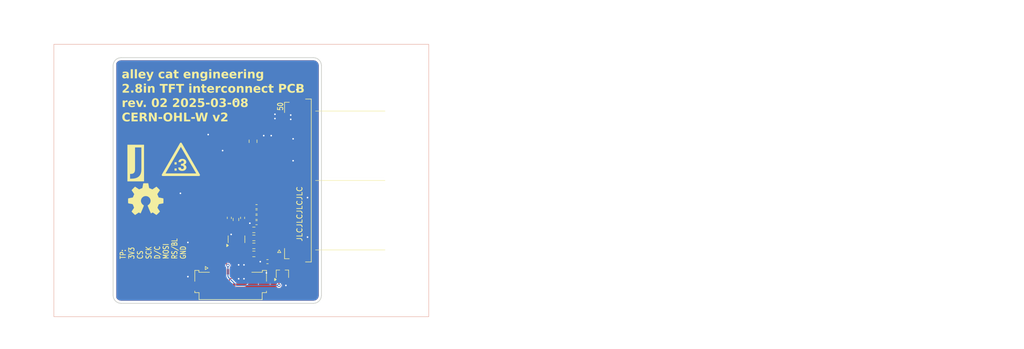
<source format=kicad_pcb>
(kicad_pcb (version 20240108) (generator "pcbnew") (generator_version "8.0")
  (title_block (date "2025-03-17") (rev "2"))
  (layers (0 "F.Cu" signal) (31 "B.Cu" signal) (34 "B.Paste" user) (35 "F.Paste" user) (36 "B.SilkS" user "B.Silkscreen") (37 "F.SilkS" user "F.Silkscreen") (38 "B.Mask" user) (39 "F.Mask" user) (44 "Edge.Cuts" user))
  (net 0 "")
  (net 1 "/RESET")
  (net 2 "/D{slash}C")
  (net 3 "GND")
  (net 4 "+3.3V")
  (net 5 "/SPI_MOSI")
  (net 6 "/SPI_SCK")
  (net 7 "/SPI_CS")
  (net 8 "/TE")
  (net 9 "/IM2")
  (net 10 "/LEDA3")
  (net 11 "/LEDA4")
  (net 12 "/IM0")
  (net 13 "/YU")
  (net 14 "/SPI_MISO")
  (net 15 "/IM3")
  (net 16 "/YD")
  (net 17 "/LEDA2")
  (net 18 "/IM1")
  (net 19 "/XL")
  (net 20 "/LEDA1")
  (net 21 "/RD")
  (net 22 "/XR")
  (net 23 "/LEDK")
  (net 46 "Net-(JP101-A)")
  (net 47 "/RS{slash}BL")
  (footprint "Custom:AMPHENOL_62684-502100AHLF" (layer "F.Cu") (at 110.6 100 90)
    (property "Reference" "J103" (hide yes))
    (property "Value" "62684-502100AHLF")
  )
  (footprint "Custom:R_0402_1005Metric_bridged" (layer "F.Cu") (at 102.85 105.9)
    (property "Reference" "JP105" (hide yes))
    (property "Value" "SolderJumper_2_Bridged")
  )
  (footprint "Custom:TestPoint_Pad_D1.5mm" (layer "F.Cu") (at 112 81)
    (property "Reference" "TP106" (hide yes))
    (property "Value" "TestPoint_Small")
  )
  (footprint "Custom:TestPoint_Pad_D1.5mm" (layer "F.Cu") (at 112 83)
    (property "Reference" "TP110" (hide yes))
    (property "Value" "TestPoint_Small")
  )
  (footprint "Custom:R_0402_1005Metric_bridged" (layer "F.Cu") (at 100.25 107 90)
    (property "Reference" "JP101" (hide yes))
    (property "Value" "SolderJumper_2_Bridged")
  )
  (footprint "Custom:TestPoint_Pad_D1.5mm" (layer "F.Cu") (at 95.3 114)
    (property "Reference" "TP105" (hide yes))
    (property "Value" "TestPoint_Small")
  )
  (footprint "Custom:TestPoint_Pad_D1.5mm" (layer "F.Cu") (at 91.3 113.9)
    (property "Reference" "TP102" (hide yes))
    (property "Value" "TestPoint_Small")
  )
  (footprint "Custom:R_0402_1005Metric_bridged" (layer "F.Cu") (at 104.9 115.2)
    (property "Reference" "JP102" (hide yes))
    (property "Value" "SolderJumper_2_Bridged")
  )
  (footprint "Custom:TestPoint_Pad_D1.5mm" (layer "F.Cu") (at 105.5 98.5)
    (property "Reference" "TP104" (hide yes))
    (property "Value" "TestPoint_Small")
  )
  (footprint "Custom:TestPoint_Pad_D1.5mm" (layer "F.Cu") (at 96.3 112)
    (property "Reference" "TP103" (hide yes))
    (property "Value" "TestPoint_Small")
  )
  (footprint "Resistor_SMD:R_0603_1608Metric" (layer "F.Cu") (at 102.35 113.75 180)
    (property "Reference" "R105" (hide yes))
    (property "Value" "10")
  )
  (footprint "Capacitor_SMD:C_0805_2012Metric" (layer "F.Cu") (at 102.2 92.649999 90)
    (property "Reference" "C101" (hide yes))
    (property "Value" "10u")
  )
  (footprint "Custom:R_0402_1005Metric_bridged" (layer "F.Cu") (at 102.85 104.9)
    (property "Reference" "JP106" (hide yes))
    (property "Value" "SolderJumper_2_Bridged")
  )
  (footprint "Custom:TestPoint_Pad_D1.5mm" (layer "F.Cu") (at 97.9 89.5)
    (property "Reference" "TP111" (hide yes))
    (property "Value" "TestPoint_Small")
  )
  (footprint "Resistor_SMD:R_0603_1608Metric" (layer "F.Cu") (at 102.35 112.25 180)
    (property "Reference" "R103" (hide yes))
    (property "Value" "10")
  )
  (footprint "Custom:TestPoint_Pad_D1.5mm" (layer "F.Cu") (at 92.3 112)
    (property "Reference" "TP109" (hide yes))
    (property "Value" "TestPoint_Small")
  )
  (footprint "Custom:R_0402_1005Metric_bridged" (layer "F.Cu") (at 102.85 106.9)
    (property "Reference" "JP104" (hide yes))
    (property "Value" "SolderJumper_2_Bridged")
  )
  (footprint "Custom:Molex_200528-0080_1x08-1MP_P1.00mm_Horizontal" (layer "F.Cu") (at 98 118)
    (property "Reference" "J102" (hide yes))
    (property "Value" "2005280080")
  )
  (footprint "Custom:TestPoint_Pad_D1.5mm" (layer "F.Cu") (at 97.9 87.5)
    (property "Reference" "TP113" (hide yes))
    (property "Value" "TestPoint_Small")
  )
  (footprint "Custom:TestPoint_Pad_D1.5mm" (layer "F.Cu") (at 94.3 112)
    (property "Reference" "TP107" (hide yes))
    (property "Value" "TestPoint_Small")
  )
  (footprint "Package_TO_SOT_SMD:SOT-23" (layer "F.Cu") (at 99.1 111 90)
    (property "Reference" "U101" (hide yes))
    (property "Value" "APX803-31SAG")
  )
  (footprint "Resistor_SMD:R_0603_1608Metric" (layer "F.Cu") (at 102.35 110.75 180)
    (property "Reference" "R102" (hide yes))
    (property "Value" "10")
  )
  (footprint "Custom:TestPoint_Pad_D1.5mm" (layer "F.Cu") (at 97.3 114)
    (property "Reference" "TP101" (hide yes))
    (property "Value" "TestPoint_Small")
  )
  (footprint "Custom:TestPoint_Pad_D1.5mm" (layer "F.Cu") (at 93.3 113.9)
    (property "Reference" "TP108" (hide yes))
    (property "Value" "TestPoint_Small")
  )
  (footprint "Custom:TestPoint_Pad_D1.5mm" (layer "F.Cu") (at 100 87.5)
    (property "Reference" "TP114" (hide yes))
    (property "Value" "TestPoint_Small")
  )
  (footprint "Resistor_SMD:R_0603_1608Metric" (layer "F.Cu") (at 99 107.3 90)
    (property "Reference" "R104" (hide yes))
    (property "Value" "10k")
  )
  (footprint "Custom:R_0402_1005Metric_bridged" (layer "F.Cu") (at 102.85 107.9)
    (property "Reference" "JP103" (hide yes))
    (property "Value" "SolderJumper_2_Bridged")
  )
  (footprint "Resistor_SMD:R_0402_1005Metric" (layer "F.Cu") (at 97.75 107 90)
    (property "Reference" "JP107" (hide yes))
    (property "Value" "SolderJumper_2_Open")
  )
  (footprint "Resistor_SMD:R_0603_1608Metric" (layer "F.Cu") (at 102.35 109.25 180)
    (property "Reference" "R101" (hide yes))
    (property "Value" "10")
  )
  (footprint "Package_TO_SOT_SMD:SOT-323_SC-70" (layer "F.Cu") (at 107.7 117.5 90)
    (property "Reference" "Q101" (hide yes))
    (property "Value" "BSS138")
  )
  (footprint "Custom:TestPoint_Pad_D1.5mm" (layer "F.Cu") (at 100 89.5)
    (property "Reference" "TP112" (hide yes))
    (property "Value" "TestPoint_Small")
  )
  (footprint "Symbol:OSHW-Symbol_6.7x6mm_SilkScreen" (layer "F.Cu") (at 82.1 103.5)
    (property "Reference" "REF**" (hide yes))
    (property "Value" "OSHW-Symbol_6.7x6mm_SilkScreen" (hide yes))
  )
  (footprint "Custom:TFT_2.8in_ILI9341" (layer "B.Cu") (at 99.9 100 -90)
    (property "Reference" "N101" (hide yes))
    (property "Value" "Display")
  )
  (gr_poly (pts (xy 89.003621 95.947148) (xy 89.0437 95.949132) (xy 89.082752 95.952443) (xy 89.120779 95.957087) (xy 89.15778 95.963069) (xy 89.193755 95.970392) (xy 89.228704 95.979061) (xy 89.262628 95.989082) (xy 89.295526 96.000457) (xy 89.327398 96.013193) (xy 89.358244 96.027294) (xy 89.388065 96.042763) (xy 89.41686 96.059607) (xy 89.444629 96.077829) (xy 89.471372 96.097433) (xy 89.497089 96.118426) (xy 89.521489 96.139857) (xy 89.544281 96.161948) (xy 89.56547 96.184698) (xy 89.585061 96.208107) (xy 89.603059 96.232176) (xy 89.619467 96.256905) (xy 89.634291 96.282292) (xy 89.647535 96.30834) (xy 89.659204 96.335046) (xy 89.669302 96.362412) (xy 89.677834 96.390438) (xy 89.684805 96.419122) (xy 89.690218 96.448467) (xy 89.694079 96.47847) (xy 89.696392 96.509133) (xy 89.697163 96.540456) (xy 89.69676 96.563061) (xy 89.695551 96.585163) (xy 89.693536 96.606769) (xy 89.690715 96.627891) (xy 89.687088 96.648536) (xy 89.682655 96.668714) (xy 89.677417 96.688434) (xy 89.671372 96.707705) (xy 89.664521 96.726537) (xy 89.656865 96.744938) (xy 89.648402 96.762918) (xy 89.639133 96.780486) (xy 89.629059 96.797651) (xy 89.618179 96.814422) (xy 89.606492 96.830808) (xy 89.594 96.846819) (xy 89.580666 96.861839) (xy 89.566457 96.87642) (xy 89.551378 96.890561) (xy 89.535433 96.904262) (xy 89.518628 96.917524) (xy 89.500966 96.930346) (xy 89.482453 96.942728) (xy 89.463092 96.954671) (xy 89.442889 96.966174) (xy 89.421848 96.977238) (xy 89.399973 96.987862) (xy 89.37727 96.998046) (xy 89.353742 97.007791) (xy 89.329394 97.017096) (xy 89.304232 97.025962) (xy 89.278259 97.034388) (xy 89.304269 97.042851) (xy 89.329541 97.051832) (xy 89.354072 97.061335) (xy 89.377856 97.071365) (xy 89.400889 97.081925) (xy 89.423167 97.093022) (xy 89.444684 97.104658) (xy 89.465437 97.11684) (xy 89.48542 97.129571) (xy 89.50463 97.142857) (xy 89.523061 97.156701) (xy 89.540709 97.171108) (xy 89.557569 97.186083) (xy 89.573637 97.201631) (xy 89.588908 97.217755) (xy 89.603378 97.234462) (xy 89.617006 97.25168) (xy 89.629755 97.269338) (xy 89.641625 97.287435) (xy 89.652615 97.305972) (xy 89.662726 97.324949) (xy 89.671958 97.344365) (xy 89.680311 97.364221) (xy 89.687784 97.384517) (xy 89.694379 97.405252) (xy 89.700094 97.426427) (xy 89.704929 97.448041) (xy 89.708886 97.470095) (xy 89.711963 97.492589) (xy 89.714161 97.515522) (xy 89.71548 97.538895) (xy 89.71592 97.562707) (xy 89.71504 97.596924) (xy 89.712397 97.630408) (xy 89.707986 97.66316) (xy 89.701803 97.695178) (xy 89.693844 97.726464) (xy 89.684103 97.757017) (xy 89.672576 97.786838) (xy 89.659258 97.815926) (xy 89.644146 97.844281) (xy 89.627234 97.871903) (xy 89.608517 97.898793) (xy 89.587992 97.92495) (xy 89.565653 97.950375) (xy 89.541497 97.975066) (xy 89.515517 97.999025) (xy 89.487711 98.022251) (xy 89.4591 98.04438) (xy 89.429541 98.065047) (xy 89.399039 98.084258) (xy 89.367598 98.102017) (xy 89.335223 98.11833) (xy 89.301918 98.133199) (xy 89.267689 98.146631) (xy 89.232539 98.15863) (xy 89.196473 98.1692) (xy 89.159495 98.178345) (xy 89.121611 98.186071) (xy 89.082825 98.192383) (xy 89.043142 98.197283) (xy 89.002565 98.200778) (xy 88.9611 98.202871) (xy 88.918751 98.203568) (xy 88.876549 98.202945) (xy 88.835524 98.201077) (xy 88.79568 98.197963) (xy 88.757022 98.193604) (xy 88.719555 98.187999) (xy 88.683283 98.181148) (xy 88.64821 98.173052) (xy 88.614342 98.16371) (xy 88.581683 98.153122) (xy 88.550238 98.141289) (xy 88.520011 98.128211) (xy 88.491006 98.113887) (xy 88.463229 98.098317) (xy 88.436683 98.081502) (xy 88.411374 98.063441) (xy 88.387306 98.044134) (xy 88.364592 98.023619) (xy 88.343344 98.001931) (xy 88.323562 97.979071) (xy 88.305244 97.955039) (xy 88.288392 97.929835) (xy 88.273006 97.903458) (xy 88.259085 97.875909) (xy 88.246629 97.847187) (xy 88.235639 97.817293) (xy 88.226114 97.786227) (xy 88.218054 97.753989) (xy 88.21146 97.720578) (xy 88.206331 97.685995) (xy 88.202667 97.65024) (xy 88.200469 97.613312) (xy 88.199737 97.575212) (xy 88.199737 97.562707) (xy 88.674911 97.562707) (xy 88.675754 97.580036) (xy 88.677109 97.596851) (xy 88.678978 97.613153) (xy 88.681359 97.628943) (xy 88.684253 97.644219) (xy 88.68766 97.658983) (xy 88.69158 97.673234) (xy 88.696013 97.686972) (xy 88.700959 97.700197) (xy 88.706417 97.712909) (xy 88.712389 97.725109) (xy 88.718873 97.736795) (xy 88.72587 97.747969) (xy 88.73338 97.758629) (xy 88.741403 97.768777) (xy 88.749939 97.778412) (xy 88.759537 97.787497) (xy 88.769575 97.795996) (xy 88.780053 97.803909) (xy 88.79097 97.811236) (xy 88.802327 97.817977) (xy 88.814123 97.824132) (xy 88.826359 97.8297) (xy 88.839034 97.834683) (xy 88.85215 97.839079) (xy 88.865704 97.842889) (xy 88.879699 97.846113) (xy 88.894133 97.84875) (xy 88.909006 97.850802) (xy 88.92432 97.852267) (xy 88.940073 97.853147) (xy 88.956265 97.85344) (xy 88.971358 97.853111) (xy 88.986153 97.852127) (xy 89.000646 97.850493) (xy 89.014832 97.848213) (xy 89.028706 97.845292) (xy 89.042265 97.841735) (xy 89.055503 97.837546) (xy 89.068416 97.832729) (xy 89.080999 97.827289) (xy 89.093248 97.821232) (xy 89.105158 97.81456) (xy 89.116725 97.80728) (xy 89.127943 97.799395) (xy 89.138809 97.79091) (xy 89.149318 97.78183) (xy 89.159465 97.77216) (xy 89.169101 97.761426) (xy 89.178081 97.750325) (xy 89.186412 97.738859) (xy 89.194097 97.727026) (xy 89.201141 97.714826) (xy 89.207548 97.702261) (xy 89.213323 97.689329) (xy 89.218471 97.67603) (xy 89.222996 97.662366) (xy 89.226903 97.648335) (xy 89.230196 97.633937) (xy 89.232881 97.619173) (xy 89.23496 97.604043) (xy 89.23644 97.588547) (xy 89.237325 97.572684) (xy 89.237619 97.556455) (xy 89.23718 97.53572) (xy 89.235866 97.515718) (xy 89.233683 97.496448) (xy 89.230634 97.477911) (xy 89.226724 97.460106) (xy 89.221957 97.443035) (xy 89.216339 97.426696) (xy 89.209874 97.411089) (xy 89.202566 97.396216) (xy 89.19442 97.382075) (xy 89.185441 97.368666) (xy 89.175633 97.355991) (xy 89.165001 97.344048) (xy 89.153548 97.332838) (xy 89.141281 97.32236) (xy 89.128203 97.312616) (xy 89.113476 97.30298) (xy 89.097424 97.293999) (xy 89.080045 97.285669) (xy 89.061333 97.277984) (xy 89.041284 97.27094) (xy 89.019893 97.264533) (xy 88.997156 97.258757) (xy 88.973068 97.253609) (xy 88.947625 97.249084) (xy 88.920821 97.245177) (xy 88.892653 97.241884) (xy 88.863116 97.2392) (xy 88.832204 97.23712) (xy 88.799915 97.23564) (xy 88.766242 97.234755) (xy 88.731182 97.234462) (xy 88.699921 97.234462) (xy 88.699921 96.868702) (xy 88.77319 96.867383) (xy 88.807627 96.865735) (xy 88.840598 96.863427) (xy 88.872103 96.860459) (xy 88.902144 96.856832) (xy 88.930719 96.852546) (xy 88.957828 96.8476) (xy 88.983472 96.841995) (xy 89.007651 96.835731) (xy 89.030365 96.828807) (xy 89.051613 96.821224) (xy 89.071395 96.812981) (xy 89.089713 96.804079) (xy 89.106565 96.794517) (xy 89.121951 96.784296) (xy 89.136165 96.774002) (xy 89.149494 96.763054) (xy 89.155826 96.757336) (xy 89.161936 96.751455) (xy 89.167822 96.745414) (xy 89.173484 96.739211) (xy 89.178922 96.732848) (xy 89.184135 96.726326) (xy 89.189122 96.719644) (xy 89.193883 96.712804) (xy 89.198418 96.705806) (xy 89.202725 96.69865) (xy 89.206805 96.691337) (xy 89.210656 96.683869) (xy 89.214278 96.676244) (xy 89.217671 96.668465) (xy 89.220833 96.66053) (xy 89.223765 96.652442) (xy 89.228934 96.635806) (xy 89.233174 96.618561) (xy 89.236479 96.600712) (xy 89.238846 96.582263) (xy 89.24027 96.563218) (xy 89.240745 96.543583) (xy 89.240452 96.529146) (xy 89.239573 96.515136) (xy 89.238107 96.501538) (xy 89.236056 96.488338) (xy 89.233418 96.475522) (xy 89.230194 96.463078) (xy 89.226384 96.450991) (xy 89.221988 96.439247) (xy 89.217006 96.427833) (xy 89.211437 96.416735) (xy 89.205283 96.40594) (xy 89.198542 96.395432) (xy 89.191215 96.3852) (xy 89.183302 96.375229) (xy 89.174803 96.365504) (xy 89.165717 96.356014) (xy 89.156156 96.347479) (xy 89.146234 96.339461) (xy 89.135954 96.331965) (xy 89.125321 96.324996) (xy 89.114341 96.318558) (xy 89.103017 96.312656) (xy 89.091354 96.307295) (xy 89.079357 96.302478) (xy 89.067031 96.298211) (xy 89.054379 96.294498) (xy 89.041406 96.291344) (xy 89.028118 96.288752) (xy 89.014518 96.286729) (xy 89.000611 96.285278) (xy 88.986402 96.284404) (xy 88.971896 96.284112) (xy 88.957424 96.284404) (xy 88.943315 96.285278) (xy 88.929562 96.286729) (xy 88.916163 96.288752) (xy 88.903111 96.291344) (xy 88.890402 96.294498) (xy 88.878033 96.298211) (xy 88.865998 96.302478) (xy 88.854292 96.307295) (xy 88.842912 96.312656) (xy 88.831852 96.318558) (xy 88.821108 96.324996) (xy 88.810675 96.331965) (xy 88.80055 96.339461) (xy 88.790726 96.347479) (xy 88.781201 96.356014) (xy 88.772665 96.365576) (xy 88.764642 96.375509) (xy 88.757132 96.385818) (xy 88.750135 96.396507) (xy 88.74365 96.40758) (xy 88.737679 96.419043) (xy 88.73222 96.4309) (xy 88.727275 96.443155) (xy 88.722842 96.455813) (xy 88.718922 96.468878) (xy 88.715515 96.482356) (xy 88.712621 96.496251) (xy 88.710239 96.510566) (xy 88.708371 96.525308) (xy 88.707016 96.54048) (xy 88.706173 96.556087) (xy 88.227872 96.556087) (xy 88.229777 96.520843) (xy 88.233147 96.486616) (xy 88.237983 96.453396) (xy 88.244284 96.421174) (xy 88.252051 96.389942) (xy 88.261283 96.359689) (xy 88.27198 96.330407) (xy 88.284143 96.302087) (xy 88.297771 96.27472) (xy 88.312864 96.248296) (xy 88.329423 96.222806) (xy 88.347447 96.198241) (xy 88.366937 96.174591) (xy 88.387892 96.151849) (xy 88.410312 96.130004) (xy 88.434198 96.109048) (xy 88.458815 96.089191) (xy 88.484595 96.070648) (xy 88.511529 96.053416) (xy 88.539608 96.037488) (xy 88.568822 96.022861) (xy 88.599163 96.00953) (xy 88.630622 95.99749) (xy 88.663188 95.986737) (xy 88.696854 95.977266) (xy 88.73161 95.969073) (xy 88.767446 95.962153) (xy 88.804354 95.956501) (xy 88.842324 95.952113) (xy 88.881347 95.948985) (xy 88.921415 95.947111) (xy 88.962517 95.946488)) (stroke (width -0.000001)) (fill solid) (layer "F.SilkS"))
  (gr_poly (pts (xy 87.893895 98.156676) (xy 87.5 98.156676) (xy 87.5 97.737772) (xy 87.893895 97.737772)) (stroke (width -0.000001)) (fill solid) (layer "F.SilkS"))
  (gr_poly (pts (xy 87.893895 97) (xy 87.5 97) (xy 87.5 96.57797) (xy 87.893895 96.57797)) (stroke (width -0.000001)) (fill solid) (layer "F.SilkS"))
  (gr_poly (pts (xy 88.687356 92.909908) (xy 88.693686 92.91022) (xy 88.69998 92.910737) (xy 88.706233 92.911458) (xy 88.71244 92.91238) (xy 88.718598 92.913501) (xy 88.724701 92.914818) (xy 88.730746 92.91633) (xy 88.736728 92.918034) (xy 88.742642 92.919928) (xy 88.748485 92.922011) (xy 88.754252 92.924279) (xy 88.759938 92.92673) (xy 88.76554 92.929363) (xy 88.771052 92.932175) (xy 88.776471 92.935164) (xy 88.781792 92.938328) (xy 88.787011 92.941665) (xy 88.792123 92.945172) (xy 88.797124 92.948847) (xy 88.802009 92.952689) (xy 88.806775 92.956694) (xy 88.811417 92.960861) (xy 88.81593 92.965188) (xy 88.820311 92.969672) (xy 88.824554 92.974311) (xy 88.828655 92.979103) (xy 88.832611 92.984046) (xy 88.836416 92.989137) (xy 88.840067 92.994375) (xy 88.843558 92.999757) (xy 88.846886 93.005281) (xy 92.233976 98.87242) (xy 92.24006 98.883546) (xy 92.245333 98.894968) (xy 92.249794 98.906644) (xy 92.253445 98.918536) (xy 92.256284 98.930603) (xy 92.258312 98.942805) (xy 92.259529 98.9551) (xy 92.259934 98.96745) (xy 92.259529 98.979814) (xy 92.258312 98.992152) (xy 92.256284 99.004423) (xy 92.253445 99.016588) (xy 92.249794 99.028606) (xy 92.245333 99.040437) (xy 92.24006 99.05204) (xy 92.233976 99.063376) (xy 92.227157 99.074085) (xy 92.219701 99.084269) (xy 92.211644 99.093903) (xy 92.203021 99.102966) (xy 92.193866 99.111434) (xy 92.184214 99.119286) (xy 92.174101 99.126497) (xy 92.163562 99.133046) (xy 92.15263 99.138909) (xy 92.141343 99.144064) (xy 92.129733 99.148489) (xy 92.117837 99.15216) (xy 92.105689 99.155055) (xy 92.093324 99.157151) (xy 92.080777 99.158425) (xy 92.068083 99.158855) (xy 85.293902 99.158855) (xy 85.287539 99.15875) (xy 85.281208 99.158438) (xy 85.274914 99.15792) (xy 85.268661 99.1572) (xy 85.262454 99.156278) (xy 85.256297 99.155157) (xy 85.250193 99.15384) (xy 85.244148 99.152328) (xy 85.238167 99.150624) (xy 85.232252 99.148729) (xy 85.226409 99.146647) (xy 85.220643 99.144379) (xy 85.214956 99.141927) (xy 85.209355 99.139294) (xy 85.203842 99.136482) (xy 85.198423 99.133493) (xy 85.193102 99.130329) (xy 85.187884 99.126992) (xy 85.182772 99.123485) (xy 85.177771 99.11981) (xy 85.172885 99.115968) (xy 85.168119 99.111963) (xy 85.163477 99.107796) (xy 85.158964 99.103469) (xy 85.154584 99.098985) (xy 85.15034 99.094346) (xy 85.146239 99.089554) (xy 85.142283 99.084611) (xy 85.138478 99.07952) (xy 85.134828 99.074282) (xy 85.131336 99.0689) (xy 85.128008 99.063376) (xy 85.121924 99.05225) (xy 85.116651 99.040828) (xy 85.11219 99.029151) (xy 85.10854 99.017259) (xy 85.1057 99.005193) (xy 85.103672 98.992991) (xy 85.102456 98.980695) (xy 85.10205 98.968346) (xy 85.102456 98.955982) (xy 85.103672 98.943644) (xy 85.1057 98.931373) (xy 85.10854 98.919208) (xy 85.11219 98.90719) (xy 85.116651 98.895359) (xy 85.121924 98.883756) (xy 85.128008 98.87242) (xy 85.245488 98.66892) (xy 85.811203 98.66892) (xy 91.55077 98.66892) (xy 88.680993 93.697856) (xy 85.811203 98.66892) (xy 85.245488 98.66892) (xy 88.515099 93.005281) (xy 88.521919 92.994572) (xy 88.529374 92.984388) (xy 88.537431 92.974754) (xy 88.546055 92.965691) (xy 88.55521 92.957223) (xy 88.564862 92.949372) (xy 88.574975 92.942161) (xy 88.585514 92.935612) (xy 88.596446 92.929749) (xy 88.607734 92.924593) (xy 88.619343 92.920169) (xy 88.63124 92.916498) (xy 88.643388 92.913603) (xy 88.655753 92.911507) (xy 88.668299 92.910233) (xy 88.680993 92.909803)) (stroke (width -0.000001)) (fill solid) (layer "F.SilkS"))
  (gr_arc (start 115 121.5) (mid 114.56066 122.56066) (end 113.5 123) (stroke (width 0.15)) (layer "Edge.Cuts"))
  (gr_line (start 76 78.5) (end 76 121.5) (stroke (width 0.15)) (layer "Edge.Cuts"))
  (gr_arc (start 77.5 123) (mid 76.43934 122.56066) (end 76 121.5) (stroke (width 0.15)) (layer "Edge.Cuts"))
  (gr_line (start 113.5 123) (end 77.5 123) (stroke (width 0.15)) (layer "Edge.Cuts"))
  (gr_line (start 115 78.5) (end 115 121.5) (stroke (width 0.15)) (layer "Edge.Cuts"))
  (gr_arc (start 113.5 77) (mid 114.56066 77.43934) (end 115 78.5) (stroke (width 0.15)) (layer "Edge.Cuts"))
  (gr_line (start 77.5 77) (end 113.5 77) (stroke (width 0.15)) (layer "Edge.Cuts"))
  (gr_arc (start 76 78.5) (mid 76.43934 77.43934) (end 77.5 77) (stroke (width 0.15)) (layer "Edge.Cuts"))
  (gr_text "J" (at 80.697163 96.528084 0) (layer "F.SilkS" knockout) (effects (font (size 4.5 4.5) (thickness 0.4) (bold yes) (italic yes))))
  (gr_text "alley cat engineering\n2.8in TFT interconnect PCB\nrev. 02 2025-03-08\nCERN-OHL-W v2" (at 77.6 89.2 0) (layer "F.SilkS") (effects (font (size 1.6 1.6) (thickness 0.3) (bold yes)) (justify left bottom)))
  (gr_text "50" (at 107.9 87 90) (layer "F.SilkS") (effects (font (size 1 0.8)) (justify left bottom)))
  (gr_text "TP:\n3V3\nCS\nSCK\nD/C\nMOSI\nRS/BL\nGND" (at 89.7 114.8 90) (layer "F.SilkS") (effects (font (size 1 0.8)) (justify left bottom)))
  (gr_text "JLCJLCJLCJLC" (at 111.5 111.5 90) (layer "F.SilkS") (effects (font (size 1 1)) (justify left bottom)))
  (segment (start 104.109379 104.309379) (end 106.04062 106.24062) (width 0.2) (layer "F.Cu") (net 1))
  (segment (start 106.626776 107.75) (end 107.8 107.75) (width 0.2) (layer "F.Cu") (net 1))
  (segment (start 100.224393 106.475) (end 99.010606 106.475) (width 0.2) (layer "F.Cu") (net 1))
  (segment (start 106.2 106.625395) (end 106.2 107.323223) (width 0.2) (layer "F.Cu") (net 1))
  (segment (start 103.724604 104.15) (end 101.875395 104.15) (width 0.2) (layer "F.Cu") (net 1))
  (segment (start 100.25 105.775395) (end 100.25 106.479393) (width 0.2) (layer "F.Cu") (net 1))
  (segment (start 98.974393 106.49) (end 97.75 106.49) (width 0.2) (layer "F.Cu") (net 1))
  (segment (start 101.49062 104.309378) (end 100.409379 105.39062) (width 0.2) (layer "F.Cu") (net 1))
  (arc (start 104.109379 104.309379) (mid 103.932842 104.191421) (end 103.724604 104.15) (width 0.2) (layer "F.Cu") (net 1))
  (arc (start 101.49062 104.309378) (mid 101.667156 104.19142) (end 101.875395 104.15) (width 0.2) (layer "F.Cu") (net 1))
  (arc (start 99.010606 106.475) (mid 99.000807 106.476949) (end 98.9925 106.4825) (width 0.2) (layer "F.Cu") (net 1))
  (arc (start 98.974393 106.49) (mid 98.984192 106.48805) (end 98.9925 106.4825) (width 0.2) (layer "F.Cu") (net 1))
  (arc (start 106.2 106.625395) (mid 106.158578 106.417156) (end 106.04062 106.24062) (width 0.2) (layer "F.Cu") (net 1))
  (arc (start 100.25 105.775395) (mid 100.291421 105.567156) (end 100.409379 105.39062) (width 0.2) (layer "F.Cu") (net 1))
  (arc (start 100.2425 106.4825) (mid 100.247287 106.483452) (end 100.25 106.479393) (width 0.2) (layer "F.Cu") (net 1))
  (arc (start 106.626776 107.75) (mid 106.463456 107.717513) (end 106.325 107.625) (width 0.2) (layer "F.Cu") (net 1))
  (arc (start 106.325 107.625) (mid 106.232486 107.486543) (end 106.2 107.323223) (width 0.2) (layer "F.Cu") (net 1))
  (arc (start 100.2425 106.4825) (mid 100.234192 106.476949) (end 100.224393 106.475) (width 0.2) (layer "F.Cu") (net 1))
  (segment (start 105.04062 94.909379) (end 94.459379 105.49062) (width 0.2) (layer "F.Cu") (net 2))
  (segment (start 95.874604 118.3) (end 95.635395 118.3) (width 0.2) (layer "F.Cu") (net 2))
  (segment (start 94.84062 115.74062) (end 94.459379 115.359379) (width 0.2) (layer "F.Cu") (net 2))
  (segment (start 94.4 112) (end 94.499659 112) (width 0.2) (layer "F.Cu") (net 2))
  (segment (start 94.3 112.1) (end 94.3 114.974604) (width 0.2) (layer "F.Cu") (net 2))
  (segment (start 95.159379 118.049379) (end 95.25062 118.14062) (width 0.2) (layer "F.Cu") (net 2))
  (segment (start 96.5 117.674604) (end 96.5 117.09) (width 0.2) (layer "F.Cu") (net 2))
  (segment (start 94.3 105.875395) (end 94.3 111.9) (width 0.2) (layer "F.Cu") (net 2))
  (segment (start 94.3 112.1) (end 94.3 111.9) (width 0.2) (layer "F.Cu") (net 2))
  (segment (start 95 117.664604) (end 95 116.125395) (width 0.2) (layer "F.Cu") (net 2))
  (segment (start 94.50024 112.00024) (end 94.500481 112.000481) (width 0.2) (layer "F.Cu") (net 2))
  (segment (start 96.34062 118.059379) (end 96.259378 118.14062) (width 0.2) (layer "F.Cu") (net 2))
  (segment (start 105.425395 94.75) (end 107.8 94.75) (width 0.2) (layer "F.Cu") (net 2))
  (arc (start 94.4 112) (mid 94.329289 112.029289) (end 94.3 112.1) (width 0.2) (layer "F.Cu") (net 2))
  (arc (start 94.84062 115.74062) (mid 94.958578 115.917156) (end 95 116.125395) (width 0.2) (layer "F.Cu") (net 2))
  (arc (start 94.3 105.875395) (mid 94.341421 105.667156) (end 94.459379 105.49062) (width 0.2) (layer "F.Cu") (net 2))
  (arc (start 94.459379 115.359379) (mid 94.341421 115.182842) (end 94.3 114.974604) (width 0.2) (layer "F.Cu") (net 2))
  (arc (start 95.25062 118.14062) (mid 95.427156 118.258578) (end 95.635395 118.3) (width 0.2) (layer "F.Cu") (net 2))
  (arc (start 95.159379 118.049379) (mid 95.041421 117.872842) (end 95 117.664604) (width 0.2) (layer "F.Cu") (net 2))
  (arc (start 105.04062 94.909379) (mid 105.217156 94.791421) (end 105.425395 94.75) (width 0.2) (layer "F.Cu") (net 2))
  (arc (start 94.50024 112.00024) (mid 94.499973 112.000062) (end 94.499659 112) (width 0.2) (layer "F.Cu") (net 2))
  (arc (start 94.4 112) (mid 94.329289 111.97071) (end 94.3 111.9) (width 0.2) (layer "F.Cu") (net 2))
  (arc (start 96.259378 118.14062) (mid 96.082842 118.258578) (end 95.874604 118.3) (width 0.2) (layer "F.Cu") (net 2))
  (arc (start 96.34062 118.059379) (mid 96.458578 117.882842) (end 96.5 117.674604) (width 0.2) (layer "F.Cu") (net 2))
  (segment (start 98.214644 111.9375) (end 98.15 111.9375) (width 0.2) (layer "F.Cu") (net 3))
  (segment (start 98.275 111.9625) (end 98.3 111.9875) (width 0.2) (layer "F.Cu") (net 3))
  (via (at 110.4 83) (size 0.6) (drill 0.3) (layers "F.Cu" "B.Cu") (net 3))
  (via (at 104.7 117.3) (size 0.6) (drill 0.3) (layers "F.Cu" "B.Cu") (net 3))
  (via (at 112.4 103.2) (size 0.6) (drill 0.3) (layers "F.Cu" "B.Cu") (net 3))
  (via (at 109.7 96.3) (size 0.6) (drill 0.3) (layers "F.Cu" "B.Cu") (net 3))
  (via (at 90 118) (size 0.6) (drill 0.3) (layers "F.Cu" "B.Cu") (net 3))
  (via (at 99 85.2) (size 0.6) (drill 0.3) (layers "F.Cu" "B.Cu") (net 3))
  (via (at 103.55 115.2) (size 0.6) (drill 0.3) (layers "F.Cu" "B.Cu") (net 3))
  (via (at 88.6 102.4) (size 0.6) (drill 0.3) (layers "F.Cu" "B.Cu") (net 3))
  (via (at 105.6 91.6) (size 0.6) (drill 0.3) (layers "F.Cu" "B.Cu") (net 3))
  (via (at 109.7 92.2) (size 0.6) (drill 0.3) (layers "F.Cu" "B.Cu") (net 3))
  (via (at 96.5 94.4) (size 0.6) (drill 0.3) (layers "F.Cu" "B.Cu") (net 3))
  (via (at 98.1 110.1) (size 0.6) (drill 0.3) (layers "F.Cu" "B.Cu") (net 3))
  (via (at 99.5 115.8) (size 0.6) (drill 0.3) (layers "F.Cu" "B.Cu") (net 3))
  (via (at 90 111.6) (size 0.6) (drill 0.3) (layers "F.Cu" "B.Cu") (net 3))
  (via (at 100.5 115.8) (size 0.6) (drill 0.3) (layers "F.Cu" "B.Cu") (net 3))
  (via (at 99.5 118.4) (size 0.6) (drill 0.3) (layers "F.Cu" "B.Cu") (net 3))
  (via (at 108.35 119.65) (size 0.6) (drill 0.3) (layers "F.Cu" "B.Cu") (net 3))
  (via (at 101.6 108) (size 0.6) (drill 0.3) (layers "F.Cu" "B.Cu") (net 3))
  (via (at 106.3 87.6) (size 0.6) (drill 0.3) (layers "F.Cu" "B.Cu") (net 3))
  (via (at 109.25 88.55) (size 0.6) (drill 0.3) (layers "F.Cu" "B.Cu") (net 3))
  (via (at 93.8 91.4) (size 0.6) (drill 0.3) (layers "F.Cu" "B.Cu") (net 3))
  (via (at 104.2 91.6) (size 0.6) (drill 0.3) (layers "F.Cu" "B.Cu") (net 3))
  (via (at 100.5 118.4) (size 0.6) (drill 0.3) (layers "F.Cu" "B.Cu") (net 3))
  (via (at 112.4 110.6) (size 0.6) (drill 0.3) (layers "F.Cu" "B.Cu") (net 3))
  (via (at 106.3 88.4) (size 0.6) (drill 0.3) (layers "F.Cu" "B.Cu") (net 3))
  (via (at 109.25 87.75) (size 0.6) (drill 0.3) (layers "F.Cu" "B.Cu") (net 3))
  (arc (start 98.214644 111.9375) (mid 98.247308 111.943997) (end 98.275 111.9625) (width 0.2) (layer "F.Cu") (net 3))
  (segment (start 101.525 110.75) (end 101.525 112.25) (width 0.4) (layer "F.Cu") (net 4))
  (segment (start 106.5 92.006066) (end 106.5 92.075) (width 0.3) (layer "F.Cu") (net 4))
  (segment (start 101.525 110.75) (end 101.525 109.475395) (width 0.4) (layer "F.Cu") (net 4))
  (segment (start 100.809379 119.34062) (end 101.34062 118.809378) (width 0.4) (layer "F.Cu") (net 4))
  (segment (start 106.675 92.25) (end 107.8 92.25) (width 0.3) (layer "F.Cu") (net 4))
  (segment (start 101.525 113.732322) (end 101.525 112.25) (width 0.4) (layer "F.Cu") (net 4))
  (segment (start 102.3125 93.599998) (end 102.287498 93.599998) (width 0.3) (layer "F.Cu") (net 4))
  (segment (start 99.05 108.175) (end 99 108.125) (width 0.2) (layer "F.Cu") (net 4))
  (segment (start 102.3125 93.599998) (end 102.325001 93.599998) (width 0.3) (layer "F.Cu") (net 4))
  (segment (start 106.5 92.425) (end 106.5 92.55) (width 0.3) (layer "F.Cu") (net 4))
  (segment (start 103.525395 92.75) (end 106.3 92.75) (width 0.3) (layer "F.Cu") (net 4))
  (segment (start 101.5 117.09) (end 101.5 118.424604) (width 0.4) (layer "F.Cu") (net 4))
  (segment (start 91.25 104.575395) (end 91.25 113.814644) (width 0.4) (layer "F.Cu") (net 4))
  (segment (start 94.325395 119.5) (end 100.424604 119.5) (width 0.4) (layer "F.Cu") (net 4))
  (segment (start 102.538391 93.511608) (end 103.14062 92.909378) (width 0.3) (layer "F.Cu") (net 4))
  (segment (start 102.34 106.9) (end 101.596672 106.9) (width 0.2) (layer "F.Cu") (net 4))
  (segment (start 99.1 110.062499) (end 99.1 108.29571) (width 0.2) (layer "F.Cu") (net 4))
  (segment (start 106.734314 92.75) (end 106.3 92.75) (width 0.3) (layer "F.Cu") (net 4))
  (segment (start 102.100001 93.599998) (end 102.287498 93.599998) (width 0.3) (layer "F.Cu") (net 4))
  (segment (start 102.34 106.9) (end 102.34 105.9) (width 0.2) (layer "F.Cu") (net 4))
  (segment (start 91.3 116.474604) (end 91.3 113.935355) (width 0.4) (layer "F.Cu") (net 4))
  (segment (start 101.256682 107.099162) (end 101.356263 106.999581) (width 0.2) (layer "F.Cu") (net 4))
  (segment (start 106.5 92.425) (end 106.5 92.075) (width 0.3) (layer "F.Cu") (net 4))
  (segment (start 99.84062 113.59062) (end 99.259379 113.009379) (width 0.2) (layer "F.Cu") (net 4))
  (segment (start 101.19062 107.159379) (end 101.159378 107.19062) (width 0.2) (layer "F.Cu") (net 4))
  (segment (start 101.507322 113.75) (end 100.225395 113.75) (width 0.2) (layer "F.Cu") (net 4))
  (segment (start 102.34 105.9) (end 102.34 104.9) (width 0.2) (layer "F.Cu") (net 4))
  (segment (start 101 108.499604) (end 101 107.575396) (width 0.2) (layer "F.Cu") (net 4))
  (segment (start 106.734314 92.75) (end 107.8 92.75) (width 0.3) (layer "F.Cu") (net 4))
  (segment (start 106.756066 91.75) (end 107.8 91.75) (width 0.3) (layer "F.Cu") (net 4))
  (segment (start 99.1 110.062499) (end 99.1 112.624604) (width 0.2) (layer "F.Cu") (net 4))
  (segment (start 91.459379 116.859379) (end 93.94062 119.34062) (width 0.4) (layer "F.Cu") (net 4))
  (segment (start 101.929292 93.670707) (end 91.409379 104.19062) (width 0.4) (layer "F.Cu") (net 4))
  (segment (start 101.159379 108.884379) (end 101.36562 109.09062) (width 0.2) (layer "F.Cu") (net 4))
  (segment (start 101.5 117.09) (end 101.5 113.792677) (width 0.4) (layer "F.Cu") (net 4))
  (arc (start 102.100001 93.599998) (mid 102.007613 93.618374) (end 101.929292 93.670707) (width 0.4) (layer "F.Cu") (net 4))
  (arc (start 91.459379 116.859379) (mid 91.341421 116.682842) (end 91.3 116.474604) (width 0.4) (layer "F.Cu") (net 4))
  (arc (start 101.596672 106.9) (mid 101.466563 106.92588) (end 101.356263 106.999581) (width 0.2) (layer "F.Cu") (net 4))
  (arc (start 106.5 92.425) (mid 106.551256 92.301256) (end 106.675 92.25) (width 0.3) (layer "F.Cu") (net 4))
  (arc (start 101.256682 107.099162) (mid 101.22358 107.129402) (end 101.19062 107.159379) (width 0.2) (layer "F.Cu") (net 4))
  (arc (start 101.159379 108.884379) (mid 101.041421 108.707842) (end 101 108.499604) (width 0.2) (layer "F.Cu") (net 4))
  (arc (start 101.5 118.424604) (mid 101.458578 118.632842) (end 101.34062 118.809378) (width 0.4) (layer "F.Cu") (net 4))
  (arc (start 99.259379 113.009379) (mid 99.141421 112.832842) (end 99.1 112.624604) (width 0.2) (layer "F.Cu") (net 4))
  (arc (start 102.538391 93.511608) (mid 102.440486 93.577026) (end 102.325001 93.599998) (width 0.3) (layer "F.Cu") (net 4))
  (arc (start 106.675 92.25) (mid 106.551256 92.198743) (end 106.5 92.075) (width 0.3) (layer "F.Cu") (net 4))
  (arc (start 101.507322 113.75) (mid 101.519822 113.744822) (end 101.525 113.732322) (width 0.2) (layer "F.Cu") (net 4))
  (arc (start 101.5 113.792677) (mid 101.503248 113.776345) (end 101.5125 113.7625) (width 0.4) (layer "F.Cu") (net 4))
  (arc (start 106.5 92.006066) (mid 106.519491 91.908073) (end 106.575 91.825) (width 0.3) (layer "F.Cu") (net 4))
  (arc (start 101.507322 113.75) (mid 101.514087 113.75452) (end 101.5125 113.7625) (width 0.4) (layer "F.Cu") (net 4))
  (arc (start 91.25 113.814644) (mid 91.256497 113.847308) (end 91.275 113.875) (width 0.4) (layer "F.Cu") (net 4))
  (arc (start 101.525 113.732322) (mid 101.521751 113.748654) (end 101.5125 113.7625) (width 0.4) (layer "F.Cu") (net 4))
  (arc (start 106.5 92.55) (mid 106.568628 92.691421) (end 106.734314 92.75) (width 0.3) (layer "F.Cu") (net 4))
  (arc (start 99.84062 113.59062) (mid 100.017156 113.708578) (end 100.225395 113.75) (width 0.2) (layer "F.Cu") (net 4))
  (arc (start 106.756066 91.75) (mid 106.658073 91.769491) (end 106.575 91.825) (width 0.3) (layer "F.Cu") (net 4))
  (arc (start 91.25 104.575395) (mid 91.291421 104.367156) (end 91.409379 104.19062) (width 0.4) (layer "F.Cu") (net 4))
  (arc (start 93.94062 119.34062) (mid 94.117156 119.458578) (end 94.325395 119.5) (width 0.4) (layer "F.Cu") (net 4))
  (arc (start 99.05 108.175) (mid 99.087005 108.230382) (end 99.1 108.29571) (width 0.2) (layer "F.Cu") (net 4))
  (arc (start 101 107.575396) (mid 101.04142 107.367156) (end 101.159378 107.19062) (width 0.2) (layer "F.Cu") (net 4))
  (arc (start 103.525395 92.75) (mid 103.317156 92.79142) (end 103.14062 92.909378) (width 0.3) (layer "F.Cu") (net 4))
  (arc (start 91.3 113.935355) (mid 91.293502 113.902691) (end 91.275 113.875) (width 0.4) (layer "F.Cu") (net 4))
  (arc (start 106.5 92.55) (mid 106.441421 92.691421) (end 106.3 92.75) (width 0.3) (layer "F.Cu") (net 4))
  (arc (start 100.424604 119.5) (mid 100.632842 119.458578) (end 100.809379 119.34062) (width 0.4) (layer "F.Cu") (net 4))
  (arc (start 101.36562 109.09062) (mid 101.483578 109.267156) (end 101.525 109.475395) (width 0.2) (layer "F.Cu") (net 4))
  (segment (start 105.29062 95.909379) (end 95.459379 105.74062) (width 0.2) (layer "F.Cu") (net 5))
  (segment (start 105.675395 95.75) (end 107.8 95.75) (width 0.2) (layer "F.Cu") (net 5))
  (segment (start 95.3 113.858578) (end 95.3 106.125395) (width 0.2) (layer "F.Cu") (net 5))
  (segment (start 95.5 114.341421) (end 95.5 117.09) (width 0.2) (layer "F.Cu") (net 5))
  (arc (start 95.5 114.341421) (mid 95.47401 114.210764) (end 95.4 114.1) (width 0.2) (layer "F.Cu") (net 5))
  (arc (start 105.29062 95.909379) (mid 105.467156 95.791421) (end 105.675395 95.75) (width 0.2) (layer "F.Cu") (net 5))
  (arc (start 95.3 106.125395) (mid 95.341421 105.917156) (end 95.459379 105.74062) (width 0.2) (layer "F.Cu") (net 5))
  (arc (start 95.3 113.858578) (mid 95.325989 113.989234) (end 95.4 114.1) (width 0.2) (layer "F.Cu") (net 5))
  (segment (start 94.5 116.425395) (end 94.5 117.09) (width 0.2) (layer "F.Cu") (net 6))
  (segment (start 94.34062 116.04062) (end 93.459379 115.159379) (width 0.2) (layer "F.Cu") (net 6))
  (segment (start 93.3 113.9) (end 93.3 114.774604) (width 0.2) (layer "F.Cu") (net 6))
  (segment (start 104.39062 94.409379) (end 93.459379 105.34062) (width 0.2) (layer "F.Cu") (net 6))
  (segment (start 104.775395 94.25) (end 107.8 94.25) (width 0.2) (layer "F.Cu") (net 6))
  (segment (start 93.3 105.725395) (end 93.3 113.9) (width 0.2) (layer "F.Cu") (net 6))
  (arc (start 94.5 116.425395) (mid 94.458578 116.217156) (end 94.34062 116.04062) (width 0.2) (layer "F.Cu") (net 6))
  (arc (start 93.3 105.725395) (mid 93.341421 105.517156) (end 93.459379 105.34062) (width 0.2) (layer "F.Cu") (net 6))
  (arc (start 93.3 114.774604) (mid 93.341421 114.982842) (end 93.459379 115.159379) (width 0.2) (layer "F.Cu") (net 6))
  (arc (start 104.39062 94.409379) (mid 104.567156 94.291421) (end 104.775395 94.25) (width 0.2) (layer "F.Cu") (net 6))
  (segment (start 92.3 112) (end 92.3 116.374604) (width 0.2) (layer "F.Cu") (net 7))
  (segment (start 98.5 117.674604) (end 98.5 117.09) (width 0.2) (layer "F.Cu") (net 7))
  (segment (start 103.69062 93.909379) (end 92.459379 105.14062) (width 0.2) (layer "F.Cu") (net 7))
  (segment (start 97.374604 118.8) (end 94.725395 118.8) (width 0.2) (layer "F.Cu") (net 7))
  (segment (start 104.075395 93.75) (end 107.8 93.75) (width 0.2) (layer "F.Cu") (net 7))
  (segment (start 92.3 105.525395) (end 92.3 112) (width 0.2) (layer "F.Cu") (net 7))
  (segment (start 98.34062 118.059379) (end 97.759378 118.64062) (width 0.2) (layer "F.Cu") (net 7))
  (segment (start 92.459379 116.759379) (end 94.34062 118.64062) (width 0.2) (layer "F.Cu") (net 7))
  (arc (start 103.69062 93.909379) (mid 103.867156 93.791421) (end 104.075395 93.75) (width 0.2) (layer "F.Cu") (net 7))
  (arc (start 92.3 105.525395) (mid 92.341421 105.317156) (end 92.459379 105.14062) (width 0.2) (layer "F.Cu") (net 7))
  (arc (start 94.725395 118.8) (mid 94.517156 118.758578) (end 94.34062 118.64062) (width 0.2) (layer "F.Cu") (net 7))
  (arc (start 98.34062 118.059379) (mid 98.458578 117.882842) (end 98.5 117.674604) (width 0.2) (layer "F.Cu") (net 7))
  (arc (start 97.374604 118.8) (mid 97.582842 118.758578) (end 97.759378 118.64062) (width 0.2) (layer "F.Cu") (net 7))
  (arc (start 92.459379 116.759379) (mid 92.341421 116.582842) (end 92.3 116.374604) (width 0.2) (layer "F.Cu") (net 7))
  (segment (start 112.7 83.925395) (end 112.7 90.474604) (width 0.2) (layer "F.Cu") (net 8))
  (segment (start 112.54062 83.54062) (end 112 83) (width 0.2) (layer "F.Cu") (net 8))
  (segment (start 109.924604 93.25) (end 107.8 93.25) (width 0.2) (layer "F.Cu") (net 8))
  (segment (start 110.309378 93.09062) (end 112.54062 90.859379) (width 0.2) (layer "F.Cu") (net 8))
  (arc (start 109.924604 93.25) (mid 110.132842 93.208578) (end 110.309378 93.09062) (width 0.2) (layer "F.Cu") (net 8))
  (arc (start 112.7 83.925395) (mid 112.658578 83.717156) (end 112.54062 83.54062) (width 0.2) (layer "F.Cu") (net 8))
  (arc (start 112.7 90.474604) (mid 112.658578 90.682842) (end 112.54062 90.859379) (width 0.2) (layer "F.Cu") (net 8))
  (segment (start 104.043331 106.099164) (end 103.9589 106.014733) (width 0.2) (layer "F.Cu") (net 9))
  (segment (start 105.89062 108.59062) (end 105.359379 108.059379) (width 0.2) (layer "F.Cu") (net 9))
  (segment (start 103.41173 105.930303) (end 103.755067 105.930303) (width 0.2) (layer "F.Cu") (net 9))
  (segment (start 103.375151 105.915151) (end 103.36 105.9) (width 0.2) (layer "F.Cu") (net 9))
  (segment (start 104.109379 106.159379) (end 105.04062 107.09062) (width 0.2) (layer "F.Cu") (net 9))
  (segment (start 106.275395 108.75) (end 107.8 108.75) (width 0.2) (layer "F.Cu") (net 9))
  (segment (start 105.2 107.674604) (end 105.2 107.475395) (width 0.2) (layer "F.Cu") (net 9))
  (arc (start 105.89062 108.59062) (mid 106.067156 108.708578) (end 106.275395 108.75) (width 0.2) (layer "F.Cu") (net 9))
  (arc (start 105.2 107.674604) (mid 105.241421 107.882842) (end 105.359379 108.059379) (width 0.2) (layer "F.Cu") (net 9))
  (arc (start 104.043331 106.099164) (mid 104.076435 106.129392) (end 104.109379 106.159379) (width 0.2) (layer "F.Cu") (net 9))
  (arc (start 103.9589 106.014733) (mid 103.86538 105.952245) (end 103.755067 105.930303) (width 0.2) (layer "F.Cu") (net 9))
  (arc (start 105.04062 107.09062) (mid 105.158578 107.267156) (end 105.2 107.475395) (width 0.2) (layer "F.Cu") (net 9))
  (arc (start 103.375151 105.915151) (mid 103.391933 105.926365) (end 103.41173 105.930303) (width 0.2) (layer "F.Cu") (net 9))
  (segment (start 103.175 110.75) (end 107.8 110.75) (width 0.2) (layer "F.Cu") (net 10))
  (segment (start 105.533973 110.25) (end 107.8 110.25) (width 0.2) (layer "F.Cu") (net 11))
  (segment (start 104.467957 109.409379) (end 105.149198 110.09062) (width 0.2) (layer "F.Cu") (net 11))
  (segment (start 104.083182 109.25) (end 103.175 109.25) (width 0.2) (layer "F.Cu") (net 11))
  (arc (start 105.533973 110.25) (mid 105.325734 110.208578) (end 105.149198 110.09062) (width 0.2) (layer "F.Cu") (net 11))
  (arc (start 104.083182 109.25) (mid 104.29142 109.291421) (end 104.467957 109.409379) (width 0.2) (layer "F.Cu") (net 11))
  (segment (start 104.062321 108.159379) (end 105.493562 109.59062) (width 0.2) (layer "F.Cu") (net 12))
  (segment (start 105.878337 109.75) (end 107.8 109.75) (width 0.2) (layer "F.Cu") (net 12))
  (segment (start 103.656289 107.9) (end 103.36 107.9) (width 0.2) (layer "F.Cu") (net 12))
  (segment (start 103.996275 108.099159) (end 103.896695 107.999579) (width 0.2) (layer "F.Cu") (net 12))
  (arc (start 103.996275 108.099159) (mid 104.029378 108.129389) (end 104.062321 108.159379) (width 0.2) (layer "F.Cu") (net 12))
  (arc (start 105.493562 109.59062) (mid 105.670098 109.708578) (end 105.878337 109.75) (width 0.2) (layer "F.Cu") (net 12))
  (arc (start 103.896695 107.999579) (mid 103.786395 107.925879) (end 103.656289 107.9) (width 0.2) (layer "F.Cu") (net 12))
  (segment (start 100.135355 87.535355) (end 101.69062 89.09062) (width 0.2) (layer "F.Cu") (net 13))
  (segment (start 102.075395 89.25) (end 107.8 89.25) (width 0.2) (layer "F.Cu") (net 13))
  (segment (start 100.05 87.5) (end 100 87.5) (width 0.2) (layer "F.Cu") (net 13))
  (arc (start 102.075395 89.25) (mid 101.867156 89.208578) (end 101.69062 89.09062) (width 0.2) (layer "F.Cu") (net 13))
  (arc (start 100.135355 87.535355) (mid 100.096193 87.509188) (end 100.05 87.5) (width 0.2) (layer "F.Cu") (net 13))
  (segment (start 106.475395 96.25) (end 107.8 96.25) (width 0.2) (layer "F.Cu") (net 14))
  (segment (start 106.09062 96.409379) (end 105.659378 96.84062) (width 0.2) (layer "F.Cu") (net 14))
  (segment (start 105.5 97.225395) (end 105.5 98.5) (width 0.2) (layer "F.Cu") (net 14))
  (arc (start 105.659378 96.84062) (mid 105.54142 97.017156) (end 105.5 97.225395) (width 0.2) (layer "F.Cu") (net 14))
  (arc (start 106.475395 96.25) (mid 106.267156 96.291421) (end 106.09062 96.409379) (width 0.2) (layer "F.Cu") (net 14))
  (segment (start 106.475395 108.25) (end 107.8 108.25) (width 0.2) (layer "F.Cu") (net 15))
  (segment (start 103.703336 104.9) (end 103.36 104.9) (width 0.2) (layer "F.Cu") (net 15))
  (segment (start 105.859379 107.859379) (end 106.09062 108.09062) (width 0.2) (layer "F.Cu") (net 15))
  (segment (start 104.140978 105.190978) (end 105.54062 106.59062) (width 0.2) (layer "F.Cu") (net 15))
  (segment (start 103.943749 104.999582) (end 104.011731 105.067564) (width 0.2) (layer "F.Cu") (net 15))
  (segment (start 105.7 106.975395) (end 105.7 107.474604) (width 0.2) (layer "F.Cu") (net 15))
  (arc (start 104.076355 105.129271) (mid 104.109022 105.159751) (end 104.140978 105.190978) (width 0.2) (layer "F.Cu") (net 15))
  (arc (start 104.011731 105.067564) (mid 104.043687 105.09879) (end 104.076355 105.129271) (width 0.2) (layer "F.Cu") (net 15))
  (arc (start 105.7 106.975395) (mid 105.658578 106.767156) (end 105.54062 106.59062) (width 0.2) (layer "F.Cu") (net 15))
  (arc (start 105.859379 107.859379) (mid 105.741421 107.682842) (end 105.7 107.474604) (width 0.2) (layer "F.Cu") (net 15))
  (arc (start 106.475395 108.25) (mid 106.267156 108.208578) (end 106.09062 108.09062) (width 0.2) (layer "F.Cu") (net 15))
  (arc (start 103.943749 104.999582) (mid 103.833446 104.92588) (end 103.703336 104.9) (width 0.2) (layer "F.Cu") (net 15))
  (segment (start 100.057843 89.5) (end 100 89.5) (width 0.2) (layer "F.Cu") (net 16))
  (segment (start 101.091081 90.25) (end 107.8 90.25) (width 0.2) (layer "F.Cu") (net 16))
  (segment (start 100.156587 89.540901) (end 100.706306 90.09062) (width 0.2) (layer "F.Cu") (net 16))
  (arc (start 100.706306 90.09062) (mid 100.882842 90.208578) (end 101.091081 90.25) (width 0.2) (layer "F.Cu") (net 16))
  (arc (start 100.057843 89.5) (mid 100.111282 89.510629) (end 100.156587 89.540901) (width 0.2) (layer "F.Cu") (net 16))
  (segment (start 105.19062 111.409379) (end 104.509378 112.09062) (width 0.2) (layer "F.Cu") (net 17))
  (segment (start 104.124604 112.25) (end 103.175 112.25) (width 0.2) (layer "F.Cu") (net 17))
  (segment (start 105.575395 111.25) (end 107.8 111.25) (width 0.2) (layer "F.Cu") (net 17))
  (arc (start 105.19062 111.409379) (mid 105.367156 111.291421) (end 105.575395 111.25) (width 0.2) (layer "F.Cu") (net 17))
  (arc (start 104.124604 112.25) (mid 104.332842 112.208578) (end 104.509378 112.09062) (width 0.2) (layer "F.Cu") (net 17))
  (segment (start 105.69062 109.09062) (end 104.814904 108.214904) (width 0.2) (layer "F.Cu") (net 18))
  (segment (start 104.018331 107.099164) (end 103.918749 106.999582) (width 0.2) (layer "F.Cu") (net 18))
  (segment (start 104.084379 107.159379) (end 104.585095 107.660095) (width 0.2) (layer "F.Cu") (net 18))
  (segment (start 106.075395 109.25) (end 107.8 109.25) (width 0.2) (layer "F.Cu") (net 18))
  (segment (start 103.678336 106.9) (end 103.36 106.9) (width 0.2) (layer "F.Cu") (net 18))
  (arc (start 104.585095 107.660095) (mid 104.670137 107.787369) (end 104.7 107.9375) (width 0.2) (layer "F.Cu") (net 18))
  (arc (start 103.918749 106.999582) (mid 103.808446 106.92588) (end 103.678336 106.9) (width 0.2) (layer "F.Cu") (net 18))
  (arc (start 105.69062 109.09062) (mid 105.867156 109.208578) (end 106.075395 109.25) (width 0.2) (layer "F.Cu") (net 18))
  (arc (start 104.084379 107.159379) (mid 104.051435 107.129392) (end 104.018331 107.099164) (width 0.2) (layer "F.Cu") (net 18))
  (arc (start 104.814904 108.214904) (mid 104.729862 108.08763) (end 104.7 107.9375) (width 0.2) (layer "F.Cu") (net 18))
  (segment (start 98.74062 88.34062) (end 97.9 87.5) (width 0.2) (layer "F.Cu") (net 19))
  (segment (start 99.125395 88.5) (end 100.308488 88.5) (width 0.2) (layer "F.Cu") (net 19))
  (segment (start 101.624504 89.59062) (end 100.693263 88.659379) (width 0.2) (layer "F.Cu") (net 19))
  (segment (start 102.009279 89.75) (end 107.8 89.75) (width 0.2) (layer "F.Cu") (net 19))
  (arc (start 102.009279 89.75) (mid 101.80104 89.708578) (end 101.624504 89.59062) (width 0.2) (layer "F.Cu") (net 19))
  (arc (start 98.74062 88.34062) (mid 98.917156 88.458578) (end 99.125395 88.5) (width 0.2) (layer "F.Cu") (net 19))
  (arc (start 100.308488 88.5) (mid 100.516726 88.541421) (end 100.693263 88.659379) (width 0.2) (layer "F.Cu") (net 19))
  (segment (start 105.875395 111.75) (end 107.8 111.75) (width 0.2) (layer "F.Cu") (net 20))
  (segment (start 104.959379 112.44062) (end 105.49062 111.909378) (width 0.2) (layer "F.Cu") (net 20))
  (segment (start 104.8 112.825395) (end 104.8 113.074604) (width 0.2) (layer "F.Cu") (net 20))
  (segment (start 104.509378 113.59062) (end 104.64062 113.459379) (width 0.2) (layer "F.Cu") (net 20))
  (segment (start 104.124604 113.75) (end 103.175 113.75) (width 0.2) (layer "F.Cu") (net 20))
  (arc (start 104.8 112.825395) (mid 104.841421 112.617156) (end 104.959379 112.44062) (width 0.2) (layer "F.Cu") (net 20))
  (arc (start 104.8 113.074604) (mid 104.758578 113.282842) (end 104.64062 113.459379) (width 0.2) (layer "F.Cu") (net 20))
  (arc (start 105.875395 111.75) (mid 105.667156 111.79142) (end 105.49062 111.909378) (width 0.2) (layer "F.Cu") (net 20))
  (arc (start 104.124604 113.75) (mid 104.332842 113.708578) (end 104.509378 113.59062) (width 0.2) (layer "F.Cu") (net 20))
  (segment (start 113.14062 91.059378) (end 109.109379 95.09062) (width 0.2) (layer "F.Cu") (net 21))
  (segment (start 108.724604 95.25) (end 107.8 95.25) (width 0.2) (layer "F.Cu") (net 21))
  (segment (start 113.3 90.674604) (end 113.3 82.525395) (width 0.2) (layer "F.Cu") (net 21))
  (segment (start 113.14062 82.14062) (end 112 81) (width 0.2) (layer "F.Cu") (net 21))
  (arc (start 113.3 82.525395) (mid 113.258578 82.317156) (end 113.14062 82.14062) (width 0.2) (layer "F.Cu") (net 21))
  (arc (start 113.3 90.674604) (mid 113.258578 90.882842) (end 113.14062 91.059378) (width 0.2) (layer "F.Cu") (net 21))
  (arc (start 108.724604 95.25) (mid 108.932842 95.208578) (end 109.109379 95.09062) (width 0.2) (layer "F.Cu") (net 21))
  (segment (start 99.375395 90.75) (end 107.8 90.75) (width 0.2) (layer "F.Cu") (net 22))
  (segment (start 98.99062 90.59062) (end 97.9 89.5) (width 0.2) (layer "F.Cu") (net 22))
  (arc (start 99.375395 90.75) (mid 99.167156 90.708578) (end 98.99062 90.59062) (width 0.2) (layer "F.Cu") (net 22))
  (segment (start 105.409999 115.2) (end 105.409999 115.534603) (width 0.3) (layer "F.Cu") (net 23))
  (segment (start 106.04062 112.409379) (end 105.569377 112.880621) (width 0.3) (layer "F.Cu") (net 23))
  (segment (start 105.409999 115.2) (end 105.409999 113.265396) (width 0.3) (layer "F.Cu") (net 23))
  (segment (start 106.375395 116.5) (end 107.7 116.5) (width 0.3) (layer "F.Cu") (net 23))
  (segment (start 105.569378 115.919378) (end 105.99062 116.34062) (width 0.3) (layer "F.Cu") (net 23))
  (segment (start 106.425395 112.25) (end 107.8 112.25) (width 0.3) (layer "F.Cu") (net 23))
  (arc (start 105.569377 112.880621) (mid 105.451419 113.057157) (end 105.409999 113.265396) (width 0.3) (layer "F.Cu") (net 23))
  (arc (start 106.375395 116.5) (mid 106.167156 116.458578) (end 105.99062 116.34062) (width 0.3) (layer "F.Cu") (net 23))
  (arc (start 105.569378 115.919378) (mid 105.45142 115.742841) (end 105.409999 115.534603) (width 0.3) (layer "F.Cu") (net 23))
  (arc (start 106.04062 112.409379) (mid 106.217156 112.291421) (end 106.425395 112.25) (width 0.3) (layer "F.Cu") (net 23))
  (segment (start 100.25 110.558578) (end 100.25 107.51) (width 0.2) (layer "F.Cu") (net 46))
  (segment (start 100.05 111.041421) (end 100.05 111.9375) (width 0.2) (layer "F.Cu") (net 46))
  (arc (start 100.25 110.558578) (mid 100.22401 110.689234) (end 100.15 110.8) (width 0.2) (layer "F.Cu") (net 46))
  (arc (start 100.05 111.041421) (mid 100.075989 110.910764) (end 100.15 110.8) (width 0.2) (layer "F.Cu") (net 46))
  (segment (start 96.3 114.474604) (end 96.3 112) (width 0.2) (layer "F.Cu") (net 47))
  (segment (start 97.5 115.9) (end 97.5 117.09) (width 0.2) (layer "F.Cu") (net 47))
  (segment (start 97.59062 109.459378) (end 96.459379 110.59062) (width 0.2) (layer "F.Cu") (net 47))
  (segment (start 107.05 119.65) (end 107.05 118.5) (width 0.2) (layer "F.Cu") (net 47))
  (segment (start 97.75 109.074604) (end 97.75 107.51) (width 0.2) (layer "F.Cu") (net 47))
  (segment (start 96.459379 114.859379) (end 97.5 115.9) (width 0.2) (layer "F.Cu") (net 47))
  (segment (start 96.3 112) (end 96.3 110.975395) (width 0.2) (layer "F.Cu") (net 47))
  (via (at 97.5 115.9) (size 0.6) (drill 0.3) (layers "F.Cu" "B.Cu") (net 47))
  (via (at 107.05 119.65) (size 0.6) (drill 0.3) (layers "F.Cu" "B.Cu") (net 47))
  (arc (start 96.459379 114.859379) (mid 96.341421 114.682842) (end 96.3 114.474604) (width 0.2) (layer "F.Cu") (net 47))
  (arc (start 97.75 109.074604) (mid 97.708578 109.282842) (end 97.59062 109.459378) (width 0.2) (layer "F.Cu") (net 47))
  (arc (start 96.3 110.975395) (mid 96.341421 110.767156) (end 96.459379 110.59062) (width 0.2) (layer "F.Cu") (net 47))
  (segment (start 97.5 117.824604) (end 97.5 115.9) (width 0.2) (layer "B.Cu") (net 47))
  (segment (start 99.325395 119.65) (end 107.05 119.65) (width 0.2) (layer "B.Cu") (net 47))
  (segment (start 97.659379 118.209379) (end 98.94062 119.49062) (width 0.2) (layer "B.Cu") (net 47))
  (arc (start 97.659379 118.209379) (mid 97.541421 118.032842) (end 97.5 117.824604) (width 0.2) (layer "B.Cu") (net 47))
  (arc (start 99.325395 119.65) (mid 99.117156 119.608578) (end 98.94062 119.49062) (width 0.2) (layer "B.Cu") (net 47))
  (zone (net 0) (net_name "") (layer "F.Cu") (connect_pads (clearance 0)) (min_thickness 0.2)
    (keepout (tracks allowed) (vias allowed) (pads allowed) (copperpour not_allowed) (footprints allowed))
    (fill (thermal_gap 0.3) (thermal_bridge_width 0.6))
    (polygon (pts (xy 98.9 119) (xy 98.9 116.4) (xy 97.8 116.4) (xy 97.8 116.6) (xy 98.7 116.6) (xy 98.7 119)))
  )
  (zone (net 3) (net_name "GND") (layers "F&B.Cu") (connect_pads (clearance 0.2)) (min_thickness 0.2) (fill yes (thermal_gap 0.2) (thermal_bridge_width 0.6) (smoothing fillet) (radius 0.6))
    (polygon (pts (xy 76.6 124.5) (xy 115 124.5) (xy 115 75.5) (xy 76.6 75.5)))
  )
)
</source>
